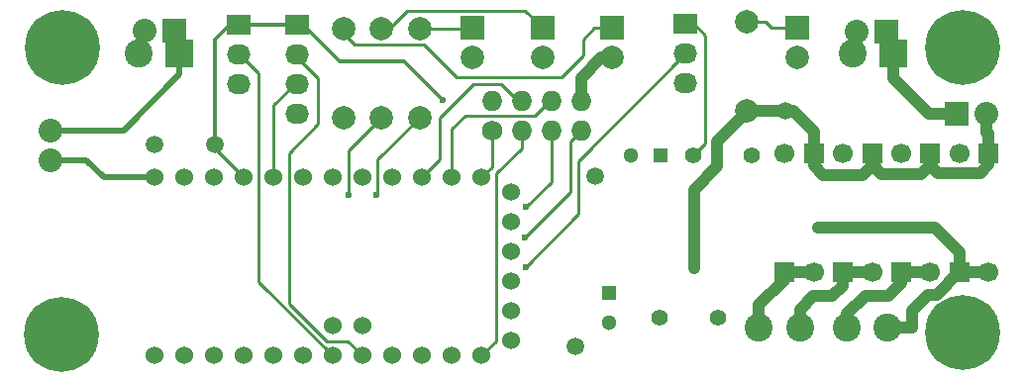
<source format=gtl>
G04 #@! TF.FileFunction,Copper,L1,Top,Signal*
%FSLAX46Y46*%
G04 Gerber Fmt 4.6, Leading zero omitted, Abs format (unit mm)*
G04 Created by KiCad (PCBNEW 4.0.5) date Thursday, March 02, 2017 'AMt' 11:59:14 AM*
%MOMM*%
%LPD*%
G01*
G04 APERTURE LIST*
%ADD10C,0.100000*%
%ADD11C,1.524000*%
%ADD12C,6.400000*%
%ADD13C,1.727200*%
%ADD14O,1.727200X1.727200*%
%ADD15C,2.000000*%
%ADD16R,2.000000X2.000000*%
%ADD17C,1.400000*%
%ADD18R,1.300000X1.300000*%
%ADD19C,1.300000*%
%ADD20C,2.400000*%
%ADD21C,1.699260*%
%ADD22R,1.699260X1.699260*%
%ADD23R,2.400000X2.400000*%
%ADD24R,2.032000X1.727200*%
%ADD25O,2.032000X1.727200*%
%ADD26C,2.032000*%
%ADD27O,2.032000X2.032000*%
%ADD28R,2.032000X2.032000*%
%ADD29C,1.998980*%
%ADD30C,1.500000*%
%ADD31C,0.600000*%
%ADD32C,1.000000*%
%ADD33C,0.750000*%
%ADD34C,0.250000*%
%ADD35C,0.500000*%
%ADD36C,0.375000*%
G04 APERTURE END LIST*
D10*
D11*
X111847200Y-130360800D03*
X114387200Y-130360800D03*
X116927200Y-130360800D03*
X119467200Y-130360800D03*
X122007200Y-130360800D03*
X124547200Y-130360800D03*
X127087200Y-130360800D03*
X129627200Y-130360800D03*
X132167200Y-130360800D03*
X134707200Y-130360800D03*
X137247200Y-130360800D03*
X139787200Y-130360800D03*
X127087200Y-127820800D03*
X129627200Y-127820800D03*
X111847200Y-115120800D03*
X114387200Y-115120800D03*
X116927200Y-115120800D03*
X119467200Y-115120800D03*
X122007200Y-115120800D03*
X124547200Y-115120800D03*
X127087200Y-115120800D03*
X129627200Y-115120800D03*
X132167200Y-115120800D03*
X134707200Y-115120800D03*
X137247200Y-115120800D03*
X139787200Y-115120800D03*
X142327200Y-116390800D03*
X142327200Y-118930800D03*
X142327200Y-121470800D03*
X142327200Y-124010800D03*
X142327200Y-126550800D03*
X142327200Y-129090800D03*
D12*
X103997200Y-103990800D03*
D13*
X140677200Y-111120800D03*
D14*
X140677200Y-108580800D03*
X143217200Y-111120800D03*
X143217200Y-108580800D03*
X145757200Y-111120800D03*
X145757200Y-108580800D03*
X148297200Y-111120800D03*
X148297200Y-108580800D03*
D15*
X139027200Y-104860800D03*
D16*
X139027200Y-102320800D03*
D17*
X157907200Y-113260800D03*
X162907200Y-113260800D03*
D18*
X150740000Y-125000000D03*
D19*
X150740000Y-127500000D03*
D15*
X166747200Y-104860800D03*
D16*
X166747200Y-102320800D03*
D18*
X155077200Y-113260800D03*
D19*
X152577200Y-113260800D03*
D20*
X174517200Y-127990800D03*
X171017200Y-127990800D03*
D17*
X154987200Y-127100800D03*
X159987200Y-127100800D03*
D21*
X183122540Y-123240520D03*
D22*
X183122540Y-113080520D03*
D21*
X180657460Y-113059480D03*
D22*
X180657460Y-123219480D03*
D21*
X178102540Y-123240520D03*
D22*
X178102540Y-113080520D03*
D21*
X175667460Y-113059480D03*
D22*
X175667460Y-123219480D03*
D21*
X173192540Y-123240520D03*
D22*
X173192540Y-113080520D03*
D21*
X170664660Y-113070280D03*
D22*
X170664660Y-123230280D03*
D21*
X168189740Y-123251320D03*
D22*
X168189740Y-113091320D03*
D21*
X165664660Y-113070280D03*
D22*
X165664660Y-123230280D03*
D20*
X110477200Y-104470800D03*
D23*
X113977200Y-104470800D03*
D20*
X167007200Y-127990800D03*
X163507200Y-127990800D03*
X171537200Y-104470800D03*
D23*
X175037200Y-104470800D03*
D24*
X124017200Y-102010800D03*
D25*
X124017200Y-104550800D03*
X124017200Y-107090800D03*
X124017200Y-109630800D03*
D24*
X119017200Y-102010800D03*
D25*
X119017200Y-104550800D03*
X119017200Y-107090800D03*
D24*
X157257200Y-102000800D03*
D25*
X157257200Y-104540800D03*
X157257200Y-107080800D03*
D12*
X103917200Y-128550800D03*
X180897200Y-128390800D03*
X180897200Y-103990800D03*
D26*
X102947200Y-111080800D03*
D27*
X102947200Y-113620800D03*
D28*
X180417200Y-109640800D03*
D27*
X182957200Y-109640800D03*
D15*
X145007200Y-104860800D03*
D16*
X145007200Y-102320800D03*
D15*
X150987200Y-104860800D03*
D16*
X150987200Y-102320800D03*
D29*
X134497200Y-109990800D03*
X134497200Y-102370800D03*
X131257200Y-109990800D03*
X131257200Y-102370800D03*
X128017200Y-109990800D03*
X128017200Y-102370800D03*
X162497200Y-109440800D03*
X162497200Y-101820800D03*
D28*
X113560000Y-102560000D03*
D27*
X111020000Y-102560000D03*
D28*
X174430000Y-102640000D03*
D27*
X171890000Y-102640000D03*
D30*
X111850000Y-112260000D03*
X165740000Y-109410000D03*
X116970000Y-112260000D03*
X147840000Y-129570000D03*
X149500000Y-114990000D03*
D31*
X157977200Y-122880800D03*
X157977200Y-116150800D03*
X168560000Y-119380000D03*
X128417200Y-116620800D03*
X136460000Y-108460000D03*
X143560000Y-122760000D03*
X143520000Y-120280000D03*
X130817200Y-116620800D03*
X143600000Y-117650000D03*
D32*
X183122540Y-113080520D02*
X183122540Y-114017460D01*
X178102540Y-113972540D02*
X178102540Y-113080520D01*
X178850000Y-114720000D02*
X178102540Y-113972540D01*
X182420000Y-114720000D02*
X178850000Y-114720000D01*
X183122540Y-114017460D02*
X182420000Y-114720000D01*
X182957200Y-109640800D02*
X182957200Y-111237200D01*
X183122540Y-111402540D02*
X183122540Y-113080520D01*
X182957200Y-111237200D02*
X183122540Y-111402540D01*
X173192540Y-113080520D02*
X173192540Y-114022540D01*
X173192540Y-114022540D02*
X174000000Y-114830000D01*
X174000000Y-114830000D02*
X177380000Y-114830000D01*
X177380000Y-114830000D02*
X178102540Y-114107460D01*
X178102540Y-114107460D02*
X178102540Y-113080520D01*
X168189740Y-113091320D02*
X168189740Y-114099740D01*
X173189740Y-114090260D02*
X173189740Y-113091320D01*
X172390000Y-114890000D02*
X173189740Y-114090260D01*
X168980000Y-114890000D02*
X172390000Y-114890000D01*
X168189740Y-114099740D02*
X168980000Y-114890000D01*
X162497200Y-109440800D02*
X166440800Y-109440800D01*
X168189740Y-111189740D02*
X168189740Y-113091320D01*
X166440800Y-109440800D02*
X168189740Y-111189740D01*
X173189740Y-113923340D02*
X173189740Y-113091320D01*
X157977200Y-116150800D02*
X157977200Y-122880800D01*
X162497200Y-109440800D02*
X162497200Y-109500800D01*
X162497200Y-109500800D02*
X159957200Y-112040800D01*
X159957200Y-112040800D02*
X159957200Y-114170800D01*
X159957200Y-114170800D02*
X157977200Y-116150800D01*
X148297200Y-108580800D02*
X148297200Y-106607200D01*
X148297200Y-106607200D02*
X150043600Y-104860800D01*
X150043600Y-104860800D02*
X150987200Y-104860800D01*
X180657460Y-123219480D02*
X180657460Y-121517460D01*
X178520000Y-119380000D02*
X168560000Y-119380000D01*
X180657460Y-121517460D02*
X178520000Y-119380000D01*
X180657460Y-123219480D02*
X183101500Y-123219480D01*
X183101500Y-123219480D02*
X183122540Y-123240520D01*
X174517200Y-127990800D02*
X176630800Y-127990800D01*
X178700000Y-125140000D02*
X180620520Y-123219480D01*
X177970000Y-125140000D02*
X178700000Y-125140000D01*
X176590000Y-126520000D02*
X177970000Y-125140000D01*
X176590000Y-127950000D02*
X176590000Y-126520000D01*
X176630800Y-127990800D02*
X176590000Y-127950000D01*
X180620520Y-123219480D02*
X180657460Y-123219480D01*
X175667460Y-123219480D02*
X178081500Y-123219480D01*
X178081500Y-123219480D02*
X178102540Y-123240520D01*
X171017200Y-127990800D02*
X171017200Y-126802800D01*
X171017200Y-126802800D02*
X172600000Y-125220000D01*
X172600000Y-125220000D02*
X174570000Y-125220000D01*
X174570000Y-125220000D02*
X175667460Y-124122540D01*
X175667460Y-124122540D02*
X175667460Y-123219480D01*
X167007200Y-127990800D02*
X167007200Y-126440800D01*
X170664660Y-124383340D02*
X170664660Y-123230280D01*
X169767200Y-125280800D02*
X170664660Y-124383340D01*
X168167200Y-125280800D02*
X169767200Y-125280800D01*
X167007200Y-126440800D02*
X168167200Y-125280800D01*
X173189740Y-123251320D02*
X170685700Y-123251320D01*
D33*
X173168700Y-123230280D02*
X173189740Y-123251320D01*
D32*
X165664660Y-123230280D02*
X165664660Y-123873340D01*
X165664660Y-123873340D02*
X163507200Y-126030800D01*
X163507200Y-126030800D02*
X163507200Y-127990800D01*
X168189740Y-123251320D02*
X165685700Y-123251320D01*
X165685700Y-123251320D02*
X165707200Y-123272820D01*
D34*
X131237200Y-109990800D02*
X128417200Y-112810800D01*
X128417200Y-112810800D02*
X128417200Y-116620800D01*
X131257200Y-109990800D02*
X131237200Y-109990800D01*
D35*
X102947200Y-113620800D02*
X106007200Y-113620800D01*
X107507200Y-115120800D02*
X111847200Y-115120800D01*
X106007200Y-113620800D02*
X107507200Y-115120800D01*
D36*
X116970000Y-112260000D02*
X116970000Y-112623600D01*
X116970000Y-112623600D02*
X119467200Y-115120800D01*
X119017200Y-102010800D02*
X118289200Y-102010800D01*
X118289200Y-102010800D02*
X116970000Y-103330000D01*
X116970000Y-103330000D02*
X116970000Y-112260000D01*
X124017200Y-102010800D02*
X124530800Y-102010800D01*
X124530800Y-102010800D02*
X127690000Y-105170000D01*
X133170000Y-105170000D02*
X136460000Y-108460000D01*
X127690000Y-105170000D02*
X133170000Y-105170000D01*
D34*
X157257200Y-102000800D02*
X157967200Y-102000800D01*
X157967200Y-102000800D02*
X158947200Y-102980800D01*
X158947200Y-112220800D02*
X157907200Y-113260800D01*
X158947200Y-102980800D02*
X158947200Y-112220800D01*
D36*
X119017200Y-102010800D02*
X124017200Y-102010800D01*
D34*
X124017200Y-104800800D02*
X125817200Y-106600800D01*
X125817200Y-106600800D02*
X125817200Y-110530800D01*
X125817200Y-110530800D02*
X123327200Y-113020800D01*
X123327200Y-113020800D02*
X123327200Y-125890800D01*
X123327200Y-125890800D02*
X126547200Y-129110800D01*
X126547200Y-129110800D02*
X128377200Y-129110800D01*
X128377200Y-129110800D02*
X129627200Y-130360800D01*
X124017200Y-104550800D02*
X124017200Y-104800800D01*
X124017200Y-104550800D02*
X124017200Y-104730800D01*
X119117200Y-104550800D02*
X120757200Y-106190800D01*
X120757200Y-124030800D02*
X127087200Y-130360800D01*
X120757200Y-106190800D02*
X120757200Y-124030800D01*
X119017200Y-104550800D02*
X119117200Y-104550800D01*
X143560000Y-122760000D02*
X148060000Y-118260000D01*
X148060000Y-118260000D02*
X148060000Y-113738000D01*
X148060000Y-113738000D02*
X157257200Y-104540800D01*
X132167200Y-130360800D02*
X132167200Y-130517200D01*
X157257200Y-104540800D02*
X157147200Y-104540800D01*
X143520000Y-120280000D02*
X147410000Y-116390000D01*
X147410000Y-116390000D02*
X147410000Y-112008000D01*
X147410000Y-112008000D02*
X148297200Y-111120800D01*
X124547200Y-130360800D02*
X124547200Y-130500800D01*
X148250000Y-111180000D02*
X148297200Y-111120800D01*
X143217200Y-111120800D02*
X143217200Y-112600800D01*
X143217200Y-112600800D02*
X141037200Y-114780800D01*
X141037200Y-114780800D02*
X141037200Y-129110800D01*
X141037200Y-129110800D02*
X139787200Y-130360800D01*
X142890800Y-108580800D02*
X141460000Y-107150000D01*
X136260000Y-113568000D02*
X134707200Y-115120800D01*
X136260000Y-109970000D02*
X136260000Y-113568000D01*
X139080000Y-107150000D02*
X136260000Y-109970000D01*
X141460000Y-107150000D02*
X139080000Y-107150000D01*
X143217200Y-108580800D02*
X142890800Y-108580800D01*
X137247200Y-115120800D02*
X137247200Y-110970800D01*
X137247200Y-110970800D02*
X138417200Y-109800800D01*
X138417200Y-109800800D02*
X144367200Y-109800800D01*
X144367200Y-109800800D02*
X145587200Y-108580800D01*
X145587200Y-108580800D02*
X145757200Y-108580800D01*
X140677200Y-111120800D02*
X140677200Y-114230800D01*
X140677200Y-114230800D02*
X139787200Y-115120800D01*
X124017200Y-107090800D02*
X123837200Y-107090800D01*
X123837200Y-107090800D02*
X122007200Y-108920800D01*
X122007200Y-108920800D02*
X122007200Y-115120800D01*
X130817200Y-116620800D02*
X130897200Y-116540800D01*
X130897200Y-116540800D02*
X130897200Y-113590800D01*
X130897200Y-113590800D02*
X134497200Y-109990800D01*
X143600000Y-117650000D02*
X145757200Y-115492800D01*
X145757200Y-115492800D02*
X145757200Y-111120800D01*
X145757200Y-111120800D02*
X145669200Y-111120800D01*
D35*
X113977200Y-104470800D02*
X113977200Y-106292800D01*
X109189200Y-111080800D02*
X102947200Y-111080800D01*
X113977200Y-106292800D02*
X109189200Y-111080800D01*
X113977200Y-104470800D02*
X113977200Y-104300800D01*
D32*
X175037200Y-104470800D02*
X175037200Y-106647200D01*
X178030800Y-109640800D02*
X180417200Y-109640800D01*
X175037200Y-106647200D02*
X178030800Y-109640800D01*
X175037200Y-104470800D02*
X175117200Y-104470800D01*
D34*
X134497200Y-102370800D02*
X138977200Y-102370800D01*
X138977200Y-102370800D02*
X139027200Y-102320800D01*
X131257200Y-102370800D02*
X131907200Y-102370800D01*
X131907200Y-102370800D02*
X133447200Y-100830800D01*
X143517200Y-100830800D02*
X145007200Y-102320800D01*
X133447200Y-100830800D02*
X143517200Y-100830800D01*
D36*
X131257200Y-102370800D02*
X132097200Y-102370800D01*
D34*
X128017200Y-102810800D02*
X128947200Y-103740800D01*
X128947200Y-103740800D02*
X134867200Y-103740800D01*
X134867200Y-103740800D02*
X137657200Y-106530800D01*
X137657200Y-106530800D02*
X146607200Y-106530800D01*
X146607200Y-106530800D02*
X148477200Y-104660800D01*
X148477200Y-104660800D02*
X148477200Y-103290800D01*
X148477200Y-103290800D02*
X149447200Y-102320800D01*
X149447200Y-102320800D02*
X150987200Y-102320800D01*
X128017200Y-102370800D02*
X128017200Y-102810800D01*
D36*
X128017200Y-102370800D02*
X128637200Y-102370800D01*
D34*
X128697200Y-102080800D02*
X128877200Y-102080800D01*
X162497200Y-101820800D02*
X164077200Y-101820800D01*
X164577200Y-102320800D02*
X166747200Y-102320800D01*
X164077200Y-101820800D02*
X164577200Y-102320800D01*
M02*

</source>
